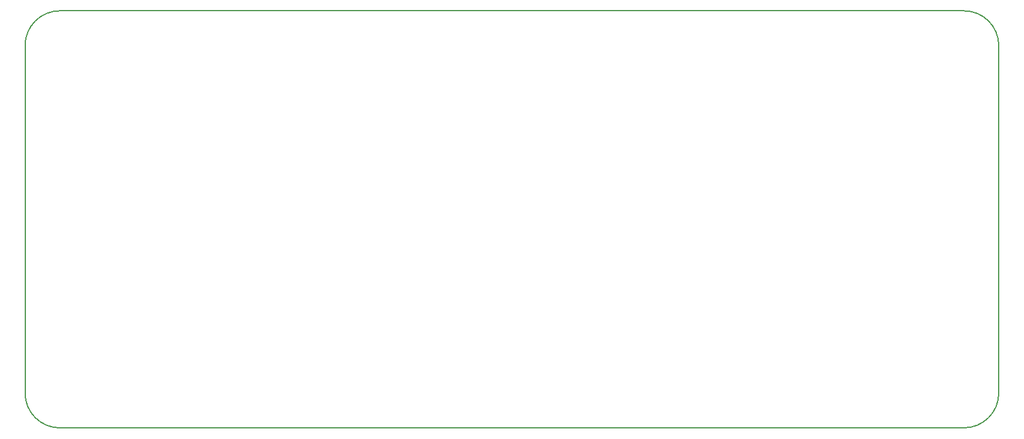
<source format=gko>
G04 Layer_Color=16711935*
%FSLAX25Y25*%
%MOIN*%
G70*
G01*
G75*
%ADD74C,0.00787*%
D74*
X531496Y-118110D02*
G03*
X551181Y-98425I0J19685D01*
G01*
Y98425D02*
G03*
X531496Y118110I-19685J0D01*
G01*
X0Y-98425D02*
G03*
X19685Y-118110I19685J0D01*
G01*
Y118110D02*
G03*
X0Y98425I0J-19685D01*
G01*
X551181Y-98425D02*
Y98425D01*
X19685Y-118110D02*
X531496D01*
X19685Y118110D02*
X531496D01*
X0Y-98425D02*
Y98425D01*
M02*

</source>
